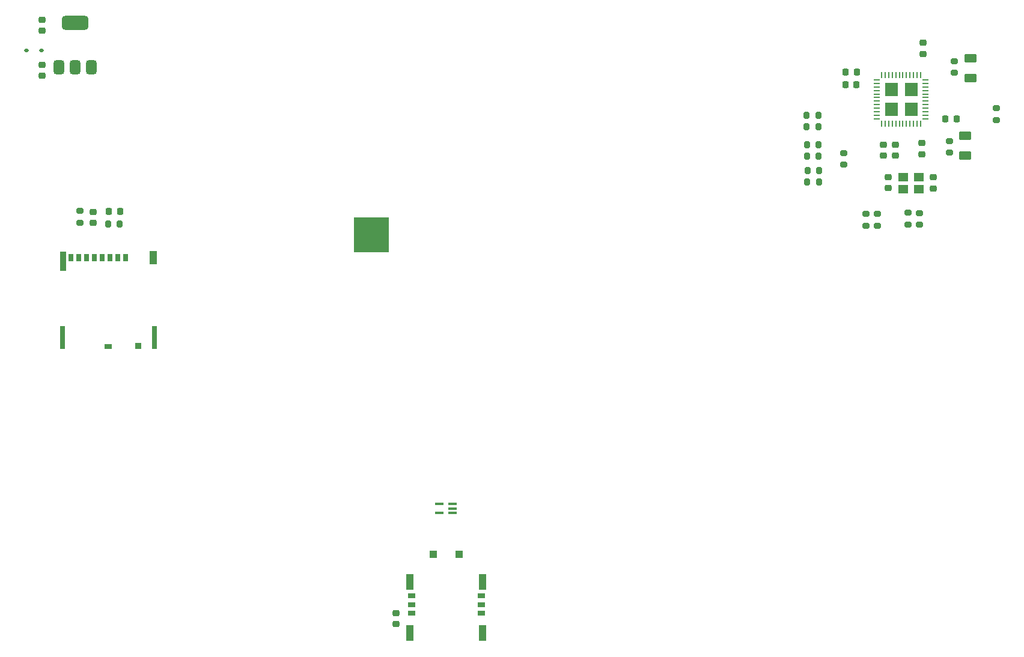
<source format=gbr>
%TF.GenerationSoftware,KiCad,Pcbnew,9.0.6*%
%TF.CreationDate,2026-02-17T13:33:00+03:00*%
%TF.ProjectId,AWS PROJECT,41575320-5052-44f4-9a45-43542e6b6963,rev?*%
%TF.SameCoordinates,Original*%
%TF.FileFunction,Paste,Bot*%
%TF.FilePolarity,Positive*%
%FSLAX46Y46*%
G04 Gerber Fmt 4.6, Leading zero omitted, Abs format (unit mm)*
G04 Created by KiCad (PCBNEW 9.0.6) date 2026-02-17 13:33:00*
%MOMM*%
%LPD*%
G01*
G04 APERTURE LIST*
G04 Aperture macros list*
%AMRoundRect*
0 Rectangle with rounded corners*
0 $1 Rounding radius*
0 $2 $3 $4 $5 $6 $7 $8 $9 X,Y pos of 4 corners*
0 Add a 4 corners polygon primitive as box body*
4,1,4,$2,$3,$4,$5,$6,$7,$8,$9,$2,$3,0*
0 Add four circle primitives for the rounded corners*
1,1,$1+$1,$2,$3*
1,1,$1+$1,$4,$5*
1,1,$1+$1,$6,$7*
1,1,$1+$1,$8,$9*
0 Add four rect primitives between the rounded corners*
20,1,$1+$1,$2,$3,$4,$5,0*
20,1,$1+$1,$4,$5,$6,$7,0*
20,1,$1+$1,$6,$7,$8,$9,0*
20,1,$1+$1,$8,$9,$2,$3,0*%
G04 Aperture macros list end*
%ADD10C,0.010000*%
%ADD11RoundRect,0.200000X-0.275000X0.200000X-0.275000X-0.200000X0.275000X-0.200000X0.275000X0.200000X0*%
%ADD12R,0.860000X0.270000*%
%ADD13R,0.270000X0.860000*%
%ADD14RoundRect,0.225000X0.225000X0.250000X-0.225000X0.250000X-0.225000X-0.250000X0.225000X-0.250000X0*%
%ADD15RoundRect,0.200000X0.200000X0.275000X-0.200000X0.275000X-0.200000X-0.275000X0.200000X-0.275000X0*%
%ADD16RoundRect,0.200000X0.275000X-0.200000X0.275000X0.200000X-0.275000X0.200000X-0.275000X-0.200000X0*%
%ADD17RoundRect,0.225000X-0.250000X0.225000X-0.250000X-0.225000X0.250000X-0.225000X0.250000X0.225000X0*%
%ADD18RoundRect,0.200000X-0.200000X-0.275000X0.200000X-0.275000X0.200000X0.275000X-0.200000X0.275000X0*%
%ADD19R,1.400000X1.200000*%
%ADD20RoundRect,0.225000X0.250000X-0.225000X0.250000X0.225000X-0.250000X0.225000X-0.250000X-0.225000X0*%
%ADD21RoundRect,0.250000X0.625000X-0.375000X0.625000X0.375000X-0.625000X0.375000X-0.625000X-0.375000X0*%
%ADD22RoundRect,0.225000X-0.225000X-0.250000X0.225000X-0.250000X0.225000X0.250000X-0.225000X0.250000X0*%
%ADD23RoundRect,0.375000X0.375000X-0.625000X0.375000X0.625000X-0.375000X0.625000X-0.375000X-0.625000X0*%
%ADD24RoundRect,0.500000X1.400000X-0.500000X1.400000X0.500000X-1.400000X0.500000X-1.400000X-0.500000X0*%
%ADD25RoundRect,0.112500X0.187500X0.112500X-0.187500X0.112500X-0.187500X-0.112500X0.187500X-0.112500X0*%
%ADD26R,1.230000X0.400000*%
%ADD27R,5.000000X5.000000*%
%ADD28RoundRect,0.218750X-0.218750X-0.256250X0.218750X-0.256250X0.218750X0.256250X-0.218750X0.256250X0*%
%ADD29R,1.000000X2.300000*%
%ADD30R,1.100000X1.000000*%
%ADD31R,1.000000X0.800000*%
%ADD32R,0.700000X1.100000*%
%ADD33R,0.900000X0.930000*%
%ADD34R,1.050000X0.780000*%
%ADD35R,1.140000X1.830000*%
%ADD36R,0.860000X2.800000*%
%ADD37R,0.700000X3.330000*%
G04 APERTURE END LIST*
D10*
%TO.C,U18*%
X180175210Y-53491666D02*
X178405210Y-53491666D01*
X178405210Y-51721666D01*
X180175210Y-51721666D01*
X180175210Y-53491666D01*
G36*
X180175210Y-53491666D02*
G01*
X178405210Y-53491666D01*
X178405210Y-51721666D01*
X180175210Y-51721666D01*
X180175210Y-53491666D01*
G37*
X180175210Y-50691666D02*
X178405210Y-50691666D01*
X178405210Y-48921666D01*
X180175210Y-48921666D01*
X180175210Y-50691666D01*
G36*
X180175210Y-50691666D02*
G01*
X178405210Y-50691666D01*
X178405210Y-48921666D01*
X180175210Y-48921666D01*
X180175210Y-50691666D01*
G37*
X177375210Y-53491666D02*
X175605210Y-53491666D01*
X175605210Y-51721666D01*
X177375210Y-51721666D01*
X177375210Y-53491666D01*
G36*
X177375210Y-53491666D02*
G01*
X175605210Y-53491666D01*
X175605210Y-51721666D01*
X177375210Y-51721666D01*
X177375210Y-53491666D01*
G37*
X177375210Y-50691666D02*
X175605210Y-50691666D01*
X175605210Y-48921666D01*
X177375210Y-48921666D01*
X177375210Y-50691666D01*
G36*
X177375210Y-50691666D02*
G01*
X175605210Y-50691666D01*
X175605210Y-48921666D01*
X177375210Y-48921666D01*
X177375210Y-50691666D01*
G37*
%TD*%
D11*
%TO.C,R81*%
X184675210Y-58751666D03*
X184675210Y-57101666D03*
%TD*%
D12*
%TO.C,U18*%
X181325210Y-53956666D03*
X181325210Y-53456666D03*
X181325210Y-52956666D03*
X181325210Y-52456666D03*
X181325210Y-51956666D03*
X181325210Y-51456666D03*
X181325210Y-50956666D03*
X181325210Y-50456666D03*
X181325210Y-49956666D03*
X181325210Y-49456666D03*
X181325210Y-48956666D03*
X181325210Y-48456666D03*
D13*
X180640210Y-47771666D03*
X180140210Y-47771666D03*
X179640210Y-47771666D03*
X179140210Y-47771666D03*
X178640210Y-47771666D03*
X178140210Y-47771666D03*
X177640210Y-47771666D03*
X177140210Y-47771666D03*
X176640210Y-47771666D03*
X176140210Y-47771666D03*
X175640210Y-47771666D03*
X175140210Y-47771666D03*
D12*
X174455210Y-48456666D03*
X174455210Y-48956666D03*
X174455210Y-49456666D03*
X174455210Y-49956666D03*
X174455210Y-50456666D03*
X174455210Y-50956666D03*
X174455210Y-51456666D03*
X174455210Y-51956666D03*
X174455210Y-52456666D03*
X174455210Y-52956666D03*
X174455210Y-53456666D03*
X174455210Y-53956666D03*
D13*
X175140210Y-54641666D03*
X175640210Y-54641666D03*
X176140210Y-54641666D03*
X176640210Y-54641666D03*
X177140210Y-54641666D03*
X177640210Y-54641666D03*
X178140210Y-54641666D03*
X178640210Y-54641666D03*
X179140210Y-54641666D03*
X179640210Y-54641666D03*
X180140210Y-54641666D03*
X180640210Y-54641666D03*
%TD*%
D14*
%TO.C,C70*%
X170065210Y-49181666D03*
X171615210Y-49181666D03*
%TD*%
D15*
%TO.C,R78*%
X164580210Y-53446666D03*
X166230210Y-53446666D03*
%TD*%
D16*
%TO.C,R79*%
X169845210Y-58781666D03*
X169845210Y-60431666D03*
%TD*%
D11*
%TO.C,R80*%
X191275210Y-54101666D03*
X191275210Y-52451666D03*
%TD*%
D17*
%TO.C,C71*%
X175365210Y-59131666D03*
X175365210Y-57581666D03*
%TD*%
D18*
%TO.C,R73*%
X166330210Y-62886666D03*
X164680210Y-62886666D03*
%TD*%
D14*
%TO.C,C69*%
X170095210Y-47356666D03*
X171645210Y-47356666D03*
%TD*%
D19*
%TO.C,Y1*%
X180350210Y-62191666D03*
X178150210Y-62191666D03*
X178150210Y-63891666D03*
X180350210Y-63891666D03*
%TD*%
D20*
%TO.C,C73*%
X176060210Y-62176666D03*
X176060210Y-63726666D03*
%TD*%
D16*
%TO.C,R71*%
X174565210Y-67356666D03*
X174565210Y-69006666D03*
%TD*%
D11*
%TO.C,R72*%
X172935210Y-69001666D03*
X172935210Y-67351666D03*
%TD*%
D20*
%TO.C,C65*%
X180955210Y-43251666D03*
X180955210Y-44801666D03*
%TD*%
D16*
%TO.C,R69*%
X180445210Y-67226666D03*
X180445210Y-68876666D03*
%TD*%
D11*
%TO.C,R70*%
X178835210Y-68861666D03*
X178835210Y-67211666D03*
%TD*%
%TO.C,R82*%
X185415210Y-47471666D03*
X185415210Y-45821666D03*
%TD*%
D21*
%TO.C,D24*%
X186925210Y-56346666D03*
X186925210Y-59146666D03*
%TD*%
D15*
%TO.C,R76*%
X164635210Y-57596666D03*
X166285210Y-57596666D03*
%TD*%
D21*
%TO.C,D25*%
X187655210Y-45396666D03*
X187655210Y-48196666D03*
%TD*%
D18*
%TO.C,R77*%
X166220210Y-55066666D03*
X164570210Y-55066666D03*
%TD*%
D17*
%TO.C,C68*%
X180845210Y-58941666D03*
X180845210Y-57391666D03*
%TD*%
D15*
%TO.C,R74*%
X164705210Y-61236666D03*
X166355210Y-61236666D03*
%TD*%
D18*
%TO.C,R75*%
X166290210Y-59216666D03*
X164640210Y-59216666D03*
%TD*%
D22*
%TO.C,C67*%
X185680210Y-54006666D03*
X184130210Y-54006666D03*
%TD*%
D17*
%TO.C,C66*%
X177105210Y-59121666D03*
X177105210Y-57571666D03*
%TD*%
%TO.C,C72*%
X182440210Y-63751666D03*
X182440210Y-62201666D03*
%TD*%
D23*
%TO.C,U2*%
X63812500Y-46720000D03*
X61512500Y-46720000D03*
D24*
X61512500Y-40420000D03*
D23*
X59212500Y-46720000D03*
%TD*%
D25*
%TO.C,D24*%
X56767500Y-44330000D03*
X54667500Y-44330000D03*
%TD*%
D15*
%TO.C,R31*%
X67797500Y-68750000D03*
X66147500Y-68750000D03*
%TD*%
D26*
%TO.C,D6*%
X114690000Y-108250000D03*
X114690000Y-108900000D03*
X114690000Y-109550000D03*
X112810000Y-109550000D03*
X112810000Y-108250000D03*
%TD*%
D27*
%TO.C,BT1*%
X103245000Y-70340000D03*
%TD*%
D16*
%TO.C,R35*%
X62220000Y-68600000D03*
X62220000Y-66950000D03*
%TD*%
D17*
%TO.C,C3*%
X56860000Y-46320000D03*
X56860000Y-47870000D03*
%TD*%
D28*
%TO.C,D14*%
X66260000Y-67000000D03*
X67835000Y-67000000D03*
%TD*%
D29*
%TO.C,J7*%
X118912500Y-126475000D03*
X118912500Y-119275000D03*
X108712500Y-119275000D03*
X108712500Y-126475000D03*
D30*
X115632500Y-115350000D03*
X111992500Y-115350000D03*
D31*
X108912500Y-123625000D03*
X108912500Y-122425000D03*
X118712500Y-123625000D03*
X108912500Y-121225000D03*
X118712500Y-122425000D03*
X118712500Y-121225000D03*
%TD*%
D17*
%TO.C,C18*%
X106750000Y-123625000D03*
X106750000Y-125175000D03*
%TD*%
D20*
%TO.C,C9*%
X56880000Y-41545000D03*
X56880000Y-39995000D03*
%TD*%
D32*
%TO.C,J16*%
X68605000Y-73510000D03*
X67505000Y-73510000D03*
X66405000Y-73510000D03*
X65305000Y-73510000D03*
X64205000Y-73510000D03*
X63105000Y-73510000D03*
X62005000Y-73510000D03*
X60905000Y-73510000D03*
D33*
X70395000Y-85975000D03*
D34*
X66130000Y-86050000D03*
D35*
X72485000Y-73525000D03*
D36*
X59825000Y-74010000D03*
D37*
X72705000Y-84775000D03*
X59745000Y-84775000D03*
%TD*%
D20*
%TO.C,C29*%
X64030000Y-68615000D03*
X64030000Y-67065000D03*
%TD*%
M02*

</source>
